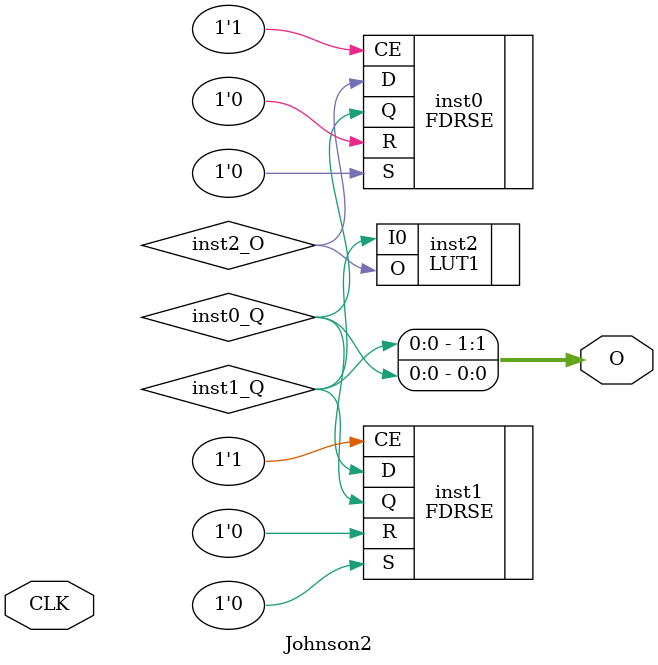
<source format=v>
module Johnson2 (output [1:0] O, input  CLK);
wire  inst0_Q;
wire  inst1_Q;
wire  inst2_O;
FDRSE #(.INIT(1'h0)) inst0 (.CE(1'b1), .R(1'b0), .S(1'b0), .D(inst2_O), .Q(inst0_Q));
FDRSE #(.INIT(1'h0)) inst1 (.CE(1'b1), .R(1'b0), .S(1'b0), .D(inst0_Q), .Q(inst1_Q));
LUT1 #(.INIT(2'h1)) inst2 (.I0(inst1_Q), .O(inst2_O));
assign O = {inst1_Q,inst0_Q};
endmodule


</source>
